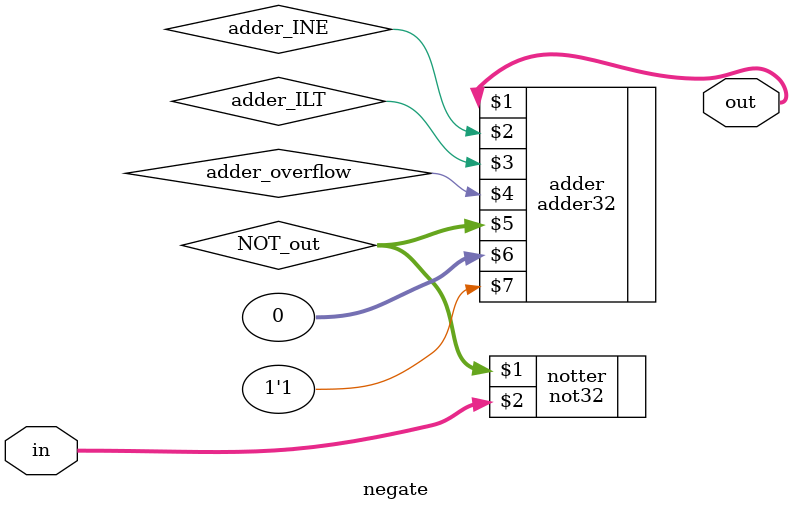
<source format=v>
module negate(out, in);
    input [31:0] in;
    output [31:0] out;
    wire [31:0] NOT_out;
    wire adder_INE, adder_ILT, adder_overflow;

    not32 notter(NOT_out, in);

    adder32 adder(out, adder_INE, adder_ILT, adder_overflow, NOT_out, 32'b0, 1'b1);
endmodule
</source>
